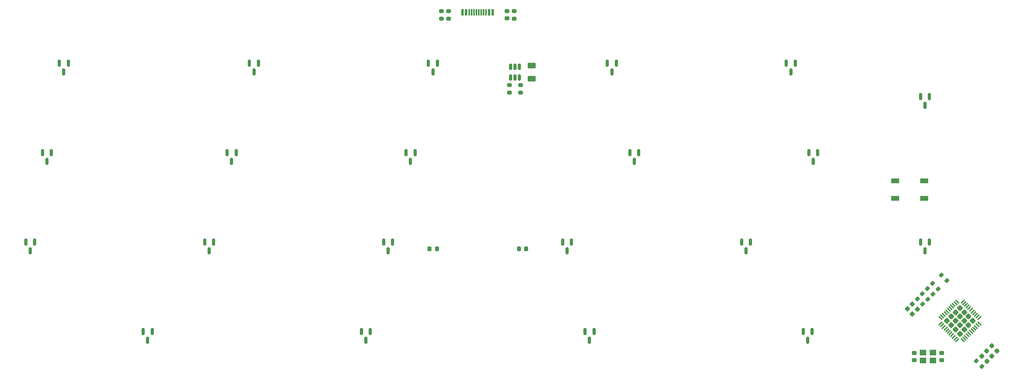
<source format=gbr>
%TF.GenerationSoftware,KiCad,Pcbnew,(6.0.6)*%
%TF.CreationDate,2022-10-05T22:20:27+02:00*%
%TF.ProjectId,Larva,4c617276-612e-46b6-9963-61645f706362,rev?*%
%TF.SameCoordinates,Original*%
%TF.FileFunction,Paste,Bot*%
%TF.FilePolarity,Positive*%
%FSLAX46Y46*%
G04 Gerber Fmt 4.6, Leading zero omitted, Abs format (unit mm)*
G04 Created by KiCad (PCBNEW (6.0.6)) date 2022-10-05 22:20:27*
%MOMM*%
%LPD*%
G01*
G04 APERTURE LIST*
G04 Aperture macros list*
%AMRoundRect*
0 Rectangle with rounded corners*
0 $1 Rounding radius*
0 $2 $3 $4 $5 $6 $7 $8 $9 X,Y pos of 4 corners*
0 Add a 4 corners polygon primitive as box body*
4,1,4,$2,$3,$4,$5,$6,$7,$8,$9,$2,$3,0*
0 Add four circle primitives for the rounded corners*
1,1,$1+$1,$2,$3*
1,1,$1+$1,$4,$5*
1,1,$1+$1,$6,$7*
1,1,$1+$1,$8,$9*
0 Add four rect primitives between the rounded corners*
20,1,$1+$1,$2,$3,$4,$5,0*
20,1,$1+$1,$4,$5,$6,$7,0*
20,1,$1+$1,$6,$7,$8,$9,0*
20,1,$1+$1,$8,$9,$2,$3,0*%
G04 Aperture macros list end*
%ADD10RoundRect,0.225000X-0.335876X-0.017678X-0.017678X-0.335876X0.335876X0.017678X0.017678X0.335876X0*%
%ADD11RoundRect,0.225000X0.335876X0.017678X0.017678X0.335876X-0.335876X-0.017678X-0.017678X-0.335876X0*%
%ADD12RoundRect,0.225000X0.250000X-0.225000X0.250000X0.225000X-0.250000X0.225000X-0.250000X-0.225000X0*%
%ADD13RoundRect,0.150000X-0.150000X0.587500X-0.150000X-0.587500X0.150000X-0.587500X0.150000X0.587500X0*%
%ADD14RoundRect,0.250000X-0.625000X0.375000X-0.625000X-0.375000X0.625000X-0.375000X0.625000X0.375000X0*%
%ADD15RoundRect,0.200000X-0.335876X-0.053033X-0.053033X-0.335876X0.335876X0.053033X0.053033X0.335876X0*%
%ADD16RoundRect,0.200000X0.275000X-0.200000X0.275000X0.200000X-0.275000X0.200000X-0.275000X-0.200000X0*%
%ADD17R,1.800000X1.100000*%
%ADD18RoundRect,0.150000X0.150000X-0.512500X0.150000X0.512500X-0.150000X0.512500X-0.150000X-0.512500X0*%
%ADD19R,1.400000X1.200000*%
%ADD20RoundRect,0.200000X-0.275000X0.200000X-0.275000X-0.200000X0.275000X-0.200000X0.275000X0.200000X0*%
%ADD21RoundRect,0.200000X0.335876X0.053033X0.053033X0.335876X-0.335876X-0.053033X-0.053033X-0.335876X0*%
%ADD22RoundRect,0.225000X-0.250000X0.225000X-0.250000X-0.225000X0.250000X-0.225000X0.250000X0.225000X0*%
%ADD23RoundRect,0.218750X0.218750X0.256250X-0.218750X0.256250X-0.218750X-0.256250X0.218750X-0.256250X0*%
%ADD24R,0.600000X1.450000*%
%ADD25R,0.300000X1.450000*%
%ADD26RoundRect,0.250000X0.388909X0.000000X0.000000X0.388909X-0.388909X0.000000X0.000000X-0.388909X0*%
%ADD27RoundRect,0.062500X0.380070X-0.291682X-0.291682X0.380070X-0.380070X0.291682X0.291682X-0.380070X0*%
%ADD28RoundRect,0.062500X0.380070X0.291682X0.291682X0.380070X-0.380070X-0.291682X-0.291682X-0.380070X0*%
G04 APERTURE END LIST*
D10*
%TO.C,C1*%
X260315029Y-125231585D03*
X261411045Y-126327601D03*
%TD*%
%TO.C,C2*%
X259237400Y-126309215D03*
X260333416Y-127405231D03*
%TD*%
D11*
%TO.C,C3*%
X244495192Y-117374914D03*
X243399176Y-116278898D03*
%TD*%
D12*
%TO.C,C6*%
X158143000Y-54389000D03*
X158143000Y-52839000D03*
%TD*%
D13*
%TO.C,D1*%
X62863750Y-63884375D03*
X64763750Y-63884375D03*
X63813750Y-65759375D03*
%TD*%
%TO.C,D2*%
X103345000Y-63884375D03*
X105245000Y-63884375D03*
X104295000Y-65759375D03*
%TD*%
%TO.C,D3*%
X141445000Y-63884375D03*
X143345000Y-63884375D03*
X142395000Y-65759375D03*
%TD*%
%TO.C,D4*%
X179545000Y-63884375D03*
X181445000Y-63884375D03*
X180495000Y-65759375D03*
%TD*%
%TO.C,D5*%
X217645000Y-63884375D03*
X219545000Y-63884375D03*
X218595000Y-65759375D03*
%TD*%
%TO.C,D6*%
X59291875Y-82934375D03*
X61191875Y-82934375D03*
X60241875Y-84809375D03*
%TD*%
%TO.C,D7*%
X98582500Y-82934375D03*
X100482500Y-82934375D03*
X99532500Y-84809375D03*
%TD*%
%TO.C,D8*%
X136682500Y-82934375D03*
X138582500Y-82934375D03*
X137632500Y-84809375D03*
%TD*%
%TO.C,D9*%
X184307500Y-82934375D03*
X186207500Y-82934375D03*
X185257500Y-84809375D03*
%TD*%
%TO.C,D10*%
X222407500Y-82934375D03*
X224307500Y-82934375D03*
X223357500Y-84809375D03*
%TD*%
%TO.C,D11*%
X246220000Y-71028125D03*
X248120000Y-71028125D03*
X247170000Y-72903125D03*
%TD*%
%TO.C,D12*%
X55720000Y-101984375D03*
X57620000Y-101984375D03*
X56670000Y-103859375D03*
%TD*%
%TO.C,D13*%
X93820000Y-101984375D03*
X95720000Y-101984375D03*
X94770000Y-103859375D03*
%TD*%
%TO.C,D14*%
X131920000Y-101984375D03*
X133820000Y-101984375D03*
X132870000Y-103859375D03*
%TD*%
%TO.C,D15*%
X170020000Y-101984375D03*
X171920000Y-101984375D03*
X170970000Y-103859375D03*
%TD*%
%TO.C,D16*%
X208120000Y-101984375D03*
X210020000Y-101984375D03*
X209070000Y-103859375D03*
%TD*%
%TO.C,D19*%
X80723125Y-121034375D03*
X82623125Y-121034375D03*
X81673125Y-122909375D03*
%TD*%
%TO.C,D20*%
X127157500Y-121034375D03*
X129057500Y-121034375D03*
X128107500Y-122909375D03*
%TD*%
%TO.C,D21*%
X174782500Y-121034375D03*
X176682500Y-121034375D03*
X175732500Y-122909375D03*
%TD*%
%TO.C,D22*%
X221216875Y-121034375D03*
X223116875Y-121034375D03*
X222166875Y-122909375D03*
%TD*%
D14*
%TO.C,F1*%
X163431915Y-64421875D03*
X163431915Y-67221875D03*
%TD*%
D15*
%TO.C,R1*%
X258120000Y-127350000D03*
X259286726Y-128516726D03*
%TD*%
D16*
%TO.C,R2*%
X161050665Y-70218750D03*
X161050665Y-68568750D03*
%TD*%
%TO.C,R5*%
X159667000Y-54439000D03*
X159667000Y-52789000D03*
%TD*%
D17*
%TO.C,SW1*%
X240778100Y-92682940D03*
X246978100Y-88982940D03*
X240778100Y-88982940D03*
X246978100Y-92682940D03*
%TD*%
D13*
%TO.C,D17*%
X246220000Y-101984375D03*
X248120000Y-101984375D03*
X247170000Y-103859375D03*
%TD*%
D18*
%TO.C,U2*%
X160810040Y-66959375D03*
X159860040Y-66959375D03*
X158910040Y-66959375D03*
X158910040Y-64684375D03*
X159860040Y-64684375D03*
X160810040Y-64684375D03*
%TD*%
D16*
%TO.C,R3*%
X158669415Y-70218750D03*
X158669415Y-68568750D03*
%TD*%
D19*
%TO.C,Y1*%
X246698858Y-125546777D03*
X248898858Y-125546777D03*
X248898858Y-127246777D03*
X246698858Y-127246777D03*
%TD*%
D11*
%TO.C,C4*%
X245572822Y-116297283D03*
X244476806Y-115201267D03*
%TD*%
D20*
%TO.C,R4*%
X144173000Y-52789000D03*
X144173000Y-54439000D03*
%TD*%
%TO.C,R10*%
X145697000Y-52789000D03*
X145697000Y-54439000D03*
%TD*%
D10*
%TO.C,C5*%
X261393938Y-124147491D03*
X262489954Y-125243507D03*
%TD*%
D15*
%TO.C,R7*%
X248766407Y-110835367D03*
X249933133Y-112002093D03*
%TD*%
%TO.C,R8*%
X247688777Y-111912997D03*
X248855503Y-113079723D03*
%TD*%
D21*
%TO.C,R11*%
X251810000Y-110210000D03*
X250643274Y-109043274D03*
%TD*%
D22*
%TO.C,C7*%
X244900000Y-125625000D03*
X244900000Y-127175000D03*
%TD*%
%TO.C,C8*%
X250690000Y-125625000D03*
X250690000Y-127175000D03*
%TD*%
D23*
%TO.C,D18*%
X143242500Y-103420000D03*
X141667500Y-103420000D03*
%TD*%
%TO.C,D23*%
X162282500Y-103470000D03*
X160707500Y-103470000D03*
%TD*%
D15*
%TO.C,R6*%
X245517394Y-114088380D03*
X246684120Y-115255106D03*
%TD*%
%TO.C,R9*%
X246606339Y-112999435D03*
X247773065Y-114166161D03*
%TD*%
D24*
%TO.C,J2*%
X148670000Y-53098125D03*
X149470000Y-53098125D03*
D25*
X150670000Y-53098125D03*
X151670000Y-53098125D03*
X152170000Y-53098125D03*
X153170000Y-53098125D03*
D24*
X154370000Y-53098125D03*
X155170000Y-53098125D03*
X155170000Y-53098125D03*
X154370000Y-53098125D03*
D25*
X153670000Y-53098125D03*
X152670000Y-53098125D03*
X151170000Y-53098125D03*
X150170000Y-53098125D03*
D24*
X149470000Y-53098125D03*
X148670000Y-53098125D03*
%TD*%
D26*
%TO.C,U1*%
X254595000Y-121557716D03*
X255514239Y-116961522D03*
X254595000Y-116042284D03*
X253675761Y-116961522D03*
X255514239Y-118800000D03*
X254595000Y-117880761D03*
X252756522Y-119719239D03*
X254595000Y-119719239D03*
X251837284Y-118800000D03*
X252756522Y-117880761D03*
X257352716Y-118800000D03*
X253675761Y-118800000D03*
X256433478Y-117880761D03*
X253675761Y-120638478D03*
X255514239Y-120638478D03*
X256433478Y-119719239D03*
D27*
X258722736Y-119392202D03*
X258369182Y-119745755D03*
X258015629Y-120099309D03*
X257662076Y-120452862D03*
X257308522Y-120806415D03*
X256954969Y-121159969D03*
X256601415Y-121513522D03*
X256247862Y-121867076D03*
X255894309Y-122220629D03*
X255540755Y-122574182D03*
X255187202Y-122927736D03*
D28*
X254002798Y-122927736D03*
X253649245Y-122574182D03*
X253295691Y-122220629D03*
X252942138Y-121867076D03*
X252588585Y-121513522D03*
X252235031Y-121159969D03*
X251881478Y-120806415D03*
X251527924Y-120452862D03*
X251174371Y-120099309D03*
X250820818Y-119745755D03*
X250467264Y-119392202D03*
D27*
X250467264Y-118207798D03*
X250820818Y-117854245D03*
X251174371Y-117500691D03*
X251527924Y-117147138D03*
X251881478Y-116793585D03*
X252235031Y-116440031D03*
X252588585Y-116086478D03*
X252942138Y-115732924D03*
X253295691Y-115379371D03*
X253649245Y-115025818D03*
X254002798Y-114672264D03*
D28*
X255187202Y-114672264D03*
X255540755Y-115025818D03*
X255894309Y-115379371D03*
X256247862Y-115732924D03*
X256601415Y-116086478D03*
X256954969Y-116440031D03*
X257308522Y-116793585D03*
X257662076Y-117147138D03*
X258015629Y-117500691D03*
X258369182Y-117854245D03*
X258722736Y-118207798D03*
%TD*%
M02*

</source>
